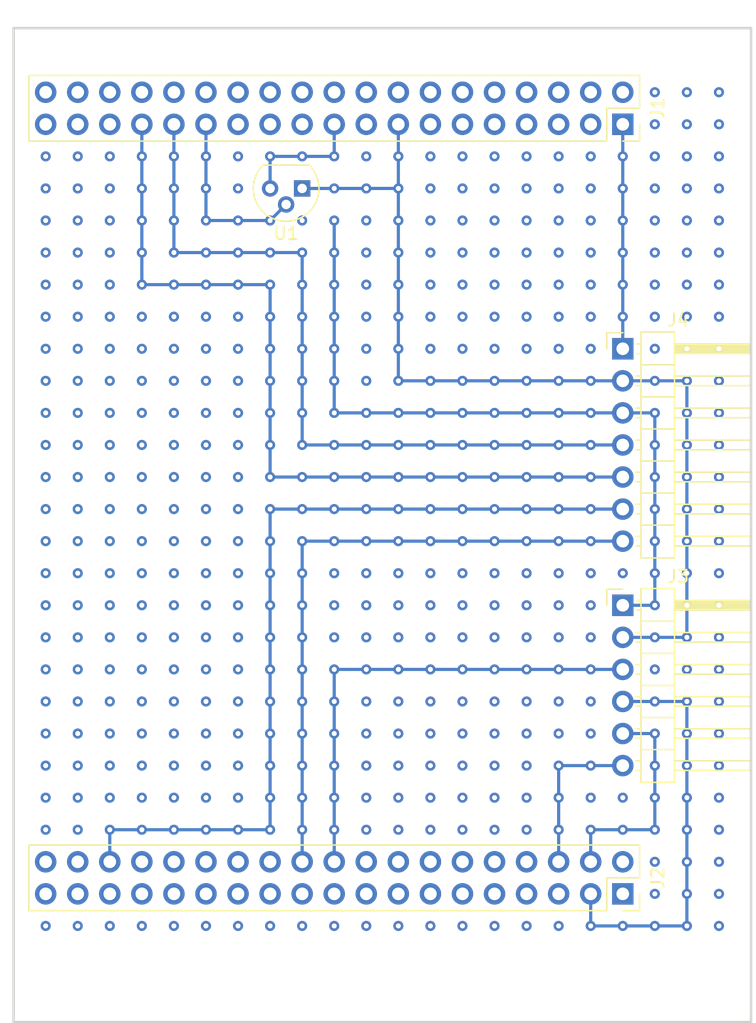
<source format=kicad_pcb>
(kicad_pcb (version 20211014) (generator pcbnew)
  (layers (0 "F.Cu" signal) (31 "B.Cu" signal) (34 "B.Paste" user) (35 "F.Paste" user) (36 "B.SilkS" user "B.Silkscreen") (37 "F.SilkS" user "F.Silkscreen") (38 "B.Mask" user) (39 "F.Mask" user) (44 "Edge.Cuts" user))
  (net 0 "")
  (net 1 "Net-(U2-Pad2)")
  (net 2 "Net-(U2-Pad3)")
  (net 3 "Net-(U2-Pad4)")
  (net 4 "Net-(J1-Pad1)")
  (net 5 "Net-(J1-Pad3)")
  (net 6 "Net-(J1-Pad4)")
  (net 7 "Net-(J1-Pad5)")
  (net 8 "Net-(J1-Pad6)")
  (net 9 "Net-(J1-Pad7)")
  (net 10 "Net-(J1-Pad8)")
  (net 11 "Net-(J1-Pad9)")
  (net 12 "Net-(J1-Pad10)")
  (net 13 "Net-(J1-Pad11)")
  (net 14 "Net-(J1-Pad12)")
  (net 15 "Net-(J1-Pad13)")
  (net 16 "Net-(J1-Pad14)")
  (net 17 "Net-(J1-Pad15)")
  (net 18 "Net-(J1-Pad17)")
  (net 19 "Net-(J1-Pad18)")
  (net 20 "Net-(J1-Pad19)")
  (net 21 "Net-(J1-Pad22)")
  (net 22 "Net-(J1-Pad23)")
  (net 23 "Net-(J1-Pad24)")
  (net 24 "Net-(J1-Pad25)")
  (net 25 "Net-(J1-Pad26)")
  (net 26 "Net-(J1-Pad27)")
  (net 27 "Net-(J1-Pad28)")
  (net 28 "Net-(J1-Pad29)")
  (net 29 "Net-(J1-Pad31)")
  (net 30 "Net-(J1-Pad33)")
  (net 31 "Net-(J1-Pad34)")
  (net 32 "Net-(J1-Pad35)")
  (net 33 "Net-(J1-Pad36)")
  (net 34 "Net-(J1-Pad37)")
  (net 35 "Net-(J1-Pad38)")
  (net 36 "Net-(J2-Pad37)")
  (net 37 "Net-(J2-Pad35)")
  (net 38 "Net-(J2-Pad33)")
  (net 39 "Net-(J2-Pad32)")
  (net 40 "Net-(J2-Pad31)")
  (net 41 "Net-(J2-Pad30)")
  (net 42 "Net-(J2-Pad29)")
  (net 43 "Net-(J2-Pad28)")
  (net 44 "Net-(J2-Pad27)")
  (net 45 "Net-(J2-Pad26)")
  (net 46 "Net-(J2-Pad25)")
  (net 47 "Net-(J2-Pad24)")
  (net 48 "Net-(J2-Pad23)")
  (net 49 "Net-(J2-Pad21)")
  (net 50 "Net-(J2-Pad19)")
  (net 51 "Net-(J2-Pad16)")
  (net 52 "Net-(J2-Pad15)")
  (net 53 "Net-(J2-Pad13)")
  (net 54 "Net-(J2-Pad11)")
  (net 55 "Net-(J2-Pad10)")
  (net 56 "Net-(J2-Pad9)")
  (net 57 "Net-(J2-Pad8)")
  (net 58 "Net-(J2-Pad7)")
  (net 59 "Net-(J2-Pad2)")
  (net 60 "Net-(J2-Pad1)")
  (net 61 "+3V3")
  (net 62 "GND")
  (net 63 "FROM_Raspi_TX")
  (net 64 "SLIDE_VOL")
  (net 65 "ESP32_GPIO")
  (net 66 "TO_Raspi_RXD")
  (net 67 "TO_ESP32_RXD")
  (net 68 "FROM_ESP32_TXD")
  (net 69 "SDA")
  (net 70 "SCL")
  (net 71 "Net-(J2-Pad17)")
  (net 72 "Net-(J2-Pad14)")
  (net 73 "Net-(J2-Pad12)")
  (net 74 "Net-(J2-Pad5)")
  (net 75 "Net-(J2-Pad38)")
  (net 76 "Net-(J2-Pad36)")
  (net 77 "Net-(J1-Pad21)")
  (net 78 "Net-(J2-Pad18)")
  (net 79 "Raspy_Pwrctl")
  (footprint "Connector_PinSocket_2.54mm:PinSocket_2x19_P2.54mm_Vertical" (layer "F.Cu") (at 149.86 53.34 -90)
    (fp_text reference "J1")
    (fp_text value "Conn_02x19_Odd_Even")
  )
  (footprint "Package_TO_SOT_THT:TO-92" (layer "F.Cu") (at 124.46 58.42 180)
    (fp_text reference "U1")
    (fp_text value "LM61")
  )
  (footprint "Connector_PinSocket_2.54mm:PinSocket_2x19_P2.54mm_Vertical" (layer "F.Cu") (at 149.86 114.3 -90)
    (fp_text reference "J2")
    (fp_text value "Conn_02x19_Odd_Even")
  )
  (footprint "Connector_PinHeader_2.54mm:PinHeader_1x06_P2.54mm_Horizontal" (layer "F.Cu") (at 149.86 91.44)
    (fp_text reference "J3")
    (fp_text value "Conn_01x06")
  )
  (footprint "Connector_PinHeader_2.54mm:PinHeader_1x07_P2.54mm_Horizontal" (layer "F.Cu") (at 149.86 71.12)
    (fp_text reference "J4")
    (fp_text value "Conn_01x07")
  )
  (gr_line (start 160.02 124.46) (end 160.02 45.72) (layer "Edge.Cuts") (width 0.2))
  (gr_line (start 101.6 45.72) (end 101.6 124.46) (layer "Edge.Cuts") (width 0.2))
  (gr_line (start 101.6 124.46) (end 160.02 124.46) (layer "Edge.Cuts") (width 0.2))
  (gr_line (start 160.02 45.72) (end 101.6 45.72) (layer "Edge.Cuts") (width 0.2))
  (via (at 139.7 116.84) (size 0.8) (drill 0.4) (layers "F.Cu" "B.Cu") (net 0))
  (via (at 134.62 116.84) (size 0.8) (drill 0.4) (layers "F.Cu" "B.Cu") (net 0))
  (via (at 142.24 116.84) (size 0.8) (drill 0.4) (layers "F.Cu" "B.Cu") (net 0))
  (via (at 137.16 116.84) (size 0.8) (drill 0.4) (layers "F.Cu" "B.Cu") (net 0))
  (via (at 144.78 116.84) (size 0.8) (drill 0.4) (layers "F.Cu" "B.Cu") (net 0))
  (via (at 114.3 116.84) (size 0.8) (drill 0.4) (layers "F.Cu" "B.Cu") (net 0))
  (via (at 127 116.84) (size 0.8) (drill 0.4) (layers "F.Cu" "B.Cu") (net 0))
  (via (at 121.92 116.84) (size 0.8) (drill 0.4) (layers "F.Cu" "B.Cu") (net 0))
  (via (at 111.76 116.84) (size 0.8) (drill 0.4) (layers "F.Cu" "B.Cu") (net 0))
  (via (at 119.38 116.84) (size 0.8) (drill 0.4) (layers "F.Cu" "B.Cu") (net 0))
  (via (at 129.54 116.84) (size 0.8) (drill 0.4) (layers "F.Cu" "B.Cu") (net 0))
  (via (at 116.84 116.84) (size 0.8) (drill 0.4) (layers "F.Cu" "B.Cu") (net 0))
  (via (at 109.22 116.84) (size 0.8) (drill 0.4) (layers "F.Cu" "B.Cu") (net 0))
  (via (at 124.46 116.84) (size 0.8) (drill 0.4) (layers "F.Cu" "B.Cu") (net 0))
  (via (at 132.08 116.84) (size 0.8) (drill 0.4) (layers "F.Cu" "B.Cu") (net 0))
  (via (at 106.68 116.84) (size 0.8) (drill 0.4) (layers "F.Cu" "B.Cu") (net 0))
  (via (at 104.14 116.84) (size 0.8) (drill 0.4) (layers "F.Cu" "B.Cu") (net 0))
  (via (at 152.4 114.3) (size 0.8) (drill 0.4) (layers "F.Cu" "B.Cu") (net 0))
  (via (at 157.48 114.3) (size 0.8) (drill 0.4) (layers "F.Cu" "B.Cu") (net 0))
  (via (at 152.4 111.76) (size 0.8) (drill 0.4) (layers "F.Cu" "B.Cu") (net 0))
  (via (at 157.48 111.76) (size 0.8) (drill 0.4) (layers "F.Cu" "B.Cu") (net 0))
  (via (at 139.7 109.22) (size 0.8) (drill 0.4) (layers "F.Cu" "B.Cu") (net 0))
  (via (at 157.48 109.22) (size 0.8) (drill 0.4) (layers "F.Cu" "B.Cu") (net 0))
  (via (at 137.16 109.22) (size 0.8) (drill 0.4) (layers "F.Cu" "B.Cu") (net 0))
  (via (at 129.54 109.22) (size 0.8) (drill 0.4) (layers "F.Cu" "B.Cu") (net 0))
  (via (at 106.68 109.22) (size 0.8) (drill 0.4) (layers "F.Cu" "B.Cu") (net 0))
  (via (at 134.62 109.22) (size 0.8) (drill 0.4) (layers "F.Cu" "B.Cu") (net 0))
  (via (at 142.24 109.22) (size 0.8) (drill 0.4) (layers "F.Cu" "B.Cu") (net 0))
  (via (at 132.08 109.22) (size 0.8) (drill 0.4) (layers "F.Cu" "B.Cu") (net 0))
  (via (at 104.14 109.22) (size 0.8) (drill 0.4) (layers "F.Cu" "B.Cu") (net 0))
  (via (at 132.08 106.68) (size 0.8) (drill 0.4) (layers "F.Cu" "B.Cu") (net 0))
  (via (at 104.14 106.68) (size 0.8) (drill 0.4) (layers "F.Cu" "B.Cu") (net 0))
  (via (at 139.7 106.68) (size 0.8) (drill 0.4) (layers "F.Cu" "B.Cu") (net 0))
  (via (at 137.16 106.68) (size 0.8) (drill 0.4) (layers "F.Cu" "B.Cu") (net 0))
  (via (at 106.68 106.68) (size 0.8) (drill 0.4) (layers "F.Cu" "B.Cu") (net 0))
  (via (at 142.24 106.68) (size 0.8) (drill 0.4) (layers "F.Cu" "B.Cu") (net 0))
  (via (at 134.62 106.68) (size 0.8) (drill 0.4) (layers "F.Cu" "B.Cu") (net 0))
  (via (at 149.86 106.68) (size 0.8) (drill 0.4) (layers "F.Cu" "B.Cu") (net 0))
  (via (at 114.3 106.68) (size 0.8) (drill 0.4) (layers "F.Cu" "B.Cu") (net 0))
  (via (at 116.84 106.68) (size 0.8) (drill 0.4) (layers "F.Cu" "B.Cu") (net 0))
  (via (at 157.48 106.68) (size 0.8) (drill 0.4) (layers "F.Cu" "B.Cu") (net 0))
  (via (at 119.38 106.68) (size 0.8) (drill 0.4) (layers "F.Cu" "B.Cu") (net 0))
  (via (at 111.76 106.68) (size 0.8) (drill 0.4) (layers "F.Cu" "B.Cu") (net 0))
  (via (at 129.54 106.68) (size 0.8) (drill 0.4) (layers "F.Cu" "B.Cu") (net 0))
  (via (at 109.22 106.68) (size 0.8) (drill 0.4) (layers "F.Cu" "B.Cu") (net 0))
  (via (at 147.32 106.68) (size 0.8) (drill 0.4) (layers "F.Cu" "B.Cu") (net 0))
  (via (at 116.84 104.14) (size 0.8) (drill 0.4) (layers "F.Cu" "B.Cu") (net 0))
  (via (at 119.38 104.14) (size 0.8) (drill 0.4) (layers "F.Cu" "B.Cu") (net 0))
  (via (at 139.7 104.14) (size 0.8) (drill 0.4) (layers "F.Cu" "B.Cu") (net 0))
  (via (at 137.16 104.14) (size 0.8) (drill 0.4) (layers "F.Cu" "B.Cu") (net 0))
  (via (at 142.24 104.14) (size 0.8) (drill 0.4) (layers "F.Cu" "B.Cu") (net 0))
  (via (at 114.3 104.14) (size 0.8) (drill 0.4) (layers "F.Cu" "B.Cu") (net 0))
  (via (at 111.76 104.14) (size 0.8) (drill 0.4) (layers "F.Cu" "B.Cu") (net 0))
  (via (at 129.54 104.14) (size 0.8) (drill 0.4) (layers "F.Cu" "B.Cu") (net 0))
  (via (at 134.62 104.14) (size 0.8) (drill 0.4) (layers "F.Cu" "B.Cu") (net 0))
  (via (at 109.22 104.14) (size 0.8) (drill 0.4) (layers "F.Cu" "B.Cu") (net 0))
  (via (at 132.08 104.14) (size 0.8) (drill 0.4) (layers "F.Cu" "B.Cu") (net 0))
  (via (at 157.48 104.14) (size 0.8) (drill 0.4) (layers "F.Cu" "B.Cu") (net 0))
  (via (at 139.7 99.06) (size 0.8) (drill 0.4) (layers "F.Cu" "B.Cu") (net 0))
  (via (at 114.3 99.06) (size 0.8) (drill 0.4) (layers "F.Cu" "B.Cu") (net 0))
  (via (at 109.22 99.06) (size 0.8) (drill 0.4) (layers "F.Cu" "B.Cu") (net 0))
  (via (at 157.48 99.06) (size 0.8) (drill 0.4) (layers "F.Cu" "B.Cu") (net 0))
  (via (at 147.32 99.06) (size 0.8) (drill 0.4) (layers "F.Cu" "B.Cu") (net 0))
  (via (at 137.16 99.06) (size 0.8) (drill 0.4) (layers "F.Cu" "B.Cu") (net 0))
  (via (at 129.54 99.06) (size 0.8) (drill 0.4) (layers "F.Cu" "B.Cu") (net 0))
  (via (at 106.68 99.06) (size 0.8) (drill 0.4) (layers "F.Cu" "B.Cu") (net 0))
  (via (at 111.76 99.06) (size 0.8) (drill 0.4) (layers "F.Cu" "B.Cu") (net 0))
  (via (at 119.38 99.06) (size 0.8) (drill 0.4) (layers "F.Cu" "B.Cu") (net 0))
  (via (at 134.62 99.06) (size 0.8) (drill 0.4) (layers "F.Cu" "B.Cu") (net 0))
  (via (at 142.24 99.06) (size 0.8) (drill 0.4) (layers "F.Cu" "B.Cu") (net 0))
  (via (at 116.84 99.06) (size 0.8) (drill 0.4) (layers "F.Cu" "B.Cu") (net 0))
  (via (at 132.08 99.06) (size 0.8) (drill 0.4) (layers "F.Cu" "B.Cu") (net 0))
  (via (at 144.78 99.06) (size 0.8) (drill 0.4) (layers "F.Cu" "B.Cu") (net 0))
  (via (at 104.14 99.06) (size 0.8) (drill 0.4) (layers "F.Cu" "B.Cu") (net 0))
  (via (at 109.22 101.6) (size 0.8) (drill 0.4) (layers "F.Cu" "B.Cu") (net 0))
  (via (at 111.76 101.6) (size 0.8) (drill 0.4) (layers "F.Cu" "B.Cu") (net 0))
  (via (at 106.68 101.6) (size 0.8) (drill 0.4) (layers "F.Cu" "B.Cu") (net 0))
  (via (at 129.54 101.6) (size 0.8) (drill 0.4) (layers "F.Cu" "B.Cu") (net 0))
  (via (at 119.38 101.6) (size 0.8) (drill 0.4) (layers "F.Cu" "B.Cu") (net 0))
  (via (at 106.68 104.14) (size 0.8) (drill 0.4) (layers "F.Cu" "B.Cu") (net 0))
  (via (at 134.62 101.6) (size 0.8) (drill 0.4) (layers "F.Cu" "B.Cu") (net 0))
  (via (at 104.14 101.6) (size 0.8) (drill 0.4) (layers "F.Cu" "B.Cu") (net 0))
  (via (at 157.48 101.6) (size 0.8) (drill 0.4) (layers "F.Cu" "B.Cu") (net 0))
  (via (at 142.24 101.6) (size 0.8) (drill 0.4) (layers "F.Cu" "B.Cu") (net 0))
  (via (at 137.16 101.6) (size 0.8) (drill 0.4) (layers "F.Cu" "B.Cu") (net 0))
  (via (at 147.32 101.6) (size 0.8) (drill 0.4) (layers "F.Cu" "B.Cu") (net 0))
  (via (at 116.84 101.6) (size 0.8) (drill 0.4) (layers "F.Cu" "B.Cu") (net 0))
  (via (at 132.08 101.6) (size 0.8) (drill 0.4) (layers "F.Cu" "B.Cu") (net 0))
  (via (at 139.7 101.6) (size 0.8) (drill 0.4) (layers "F.Cu" "B.Cu") (net 0))
  (via (at 144.78 101.6) (size 0.8) (drill 0.4) (layers "F.Cu" "B.Cu") (net 0))
  (via (at 104.14 104.14) (size 0.8) (drill 0.4) (layers "F.Cu" "B.Cu") (net 0))
  (via (at 114.3 101.6) (size 0.8) (drill 0.4) (layers "F.Cu" "B.Cu") (net 0))
  (via (at 104.14 96.52) (size 0.8) (drill 0.4) (layers "F.Cu" "B.Cu") (net 0))
  (via (at 134.62 93.98) (size 0.8) (drill 0.4) (layers "F.Cu" "B.Cu") (net 0))
  (via (at 106.68 96.52) (size 0.8) (drill 0.4) (layers "F.Cu" "B.Cu") (net 0))
  (via (at 114.3 93.98) (size 0.8) (drill 0.4) (layers "F.Cu" "B.Cu") (net 0))
  (via (at 116.84 93.98) (size 0.8) (drill 0.4) (layers "F.Cu" "B.Cu") (net 0))
  (via (at 106.68 93.98) (size 0.8) (drill 0.4) (layers "F.Cu" "B.Cu") (net 0))
  (via (at 152.4 96.52) (size 0.8) (drill 0.4) (layers "F.Cu" "B.Cu") (net 0))
  (via (at 139.7 93.98) (size 0.8) (drill 0.4) (layers "F.Cu" "B.Cu") (net 0))
  (via (at 104.14 93.98) (size 0.8) (drill 0.4) (layers "F.Cu" "B.Cu") (net 0))
  (via (at 144.78 93.98) (size 0.8) (drill 0.4) (layers "F.Cu" "B.Cu") (net 0))
  (via (at 114.3 96.52) (size 0.8) (drill 0.4) (layers "F.Cu" "B.Cu") (net 0))
  (via (at 132.08 93.98) (size 0.8) (drill 0.4) (layers "F.Cu" "B.Cu") (net 0))
  (via (at 119.38 93.98) (size 0.8) (drill 0.4) (layers "F.Cu" "B.Cu") (net 0))
  (via (at 111.76 93.98) (size 0.8) (drill 0.4) (layers "F.Cu" "B.Cu") (net 0))
  (via (at 129.54 93.98) (size 0.8) (drill 0.4) (layers "F.Cu" "B.Cu") (net 0))
  (via (at 116.84 96.52) (size 0.8) (drill 0.4) (layers "F.Cu" "B.Cu") (net 0))
  (via (at 127 93.98) (size 0.8) (drill 0.4) (layers "F.Cu" "B.Cu") (net 0))
  (via (at 109.22 93.98) (size 0.8) (drill 0.4) (layers "F.Cu" "B.Cu") (net 0))
  (via (at 142.24 93.98) (size 0.8) (drill 0.4) (layers "F.Cu" "B.Cu") (net 0))
  (via (at 157.48 96.52) (size 0.8) (drill 0.4) (layers "F.Cu" "B.Cu") (net 0))
  (via (at 119.38 96.52) (size 0.8) (drill 0.4) (layers "F.Cu" "B.Cu") (net 0))
  (via (at 111.76 96.52) (size 0.8) (drill 0.4) (layers "F.Cu" "B.Cu") (net 0))
  (via (at 154.94 96.52) (size 0.8) (drill 0.4) (layers "F.Cu" "B.Cu") (net 0))
  (via (at 157.48 93.98) (size 0.8) (drill 0.4) (layers "F.Cu" "B.Cu") (net 0))
  (via (at 147.32 93.98) (size 0.8) (drill 0.4) (layers "F.Cu" "B.Cu") (net 0))
  (via (at 137.16 93.98) (size 0.8) (drill 0.4) (layers "F.Cu" "B.Cu") (net 0))
  (via (at 109.22 96.52) (size 0.8) (drill 0.4) (layers "F.Cu" "B.Cu") (net 0))
  (via (at 116.84 91.44) (size 0.8) (drill 0.4) (layers "F.Cu" "B.Cu") (net 0))
  (via (at 119.38 91.44) (size 0.8) (drill 0.4) (layers "F.Cu" "B.Cu") (net 0))
  (via (at 139.7 91.44) (size 0.8) (drill 0.4) (layers "F.Cu" "B.Cu") (net 0))
  (via (at 147.32 91.44) (size 0.8) (drill 0.4) (layers "F.Cu" "B.Cu") (net 0))
  (via (at 137.16 91.44) (size 0.8) (drill 0.4) (layers "F.Cu" "B.Cu") (net 0))
  (via (at 144.78 91.44) (size 0.8) (drill 0.4) (layers "F.Cu" "B.Cu") (net 0))
  (via (at 142.24 91.44) (size 0.8) (drill 0.4) (layers "F.Cu" "B.Cu") (net 0))
  (via (at 114.3 91.44) (size 0.8) (drill 0.4) (layers "F.Cu" "B.Cu") (net 0))
  (via (at 111.76 91.44) (size 0.8) (drill 0.4) (layers "F.Cu" "B.Cu") (net 0))
  (via (at 129.54 91.44) (size 0.8) (drill 0.4) (layers "F.Cu" "B.Cu") (net 0))
  (via (at 134.62 91.44) (size 0.8) (drill 0.4) (layers "F.Cu" "B.Cu") (net 0))
  (via (at 109.22 91.44) (size 0.8) (drill 0.4) (layers "F.Cu" "B.Cu") (net 0))
  (via (at 132.08 91.44) (size 0.8) (drill 0.4) (layers "F.Cu" "B.Cu") (net 0))
  (via (at 127 91.44) (size 0.8) (drill 0.4) (layers "F.Cu" "B.Cu") (net 0))
  (via (at 157.48 91.44) (size 0.8) (drill 0.4) (layers "F.Cu" "B.Cu") (net 0))
  (via (at 147.32 71.12) (size 0.8) (drill 0.4) (layers "F.Cu" "B.Cu") (net 0))
  (via (at 116.84 71.12) (size 0.8) (drill 0.4) (layers "F.Cu" "B.Cu") (net 0))
  (via (at 157.48 71.12) (size 0.8) (drill 0.4) (layers "F.Cu" "B.Cu") (net 0))
  (via (at 139.7 68.58) (size 0.8) (drill 0.4) (layers "F.Cu" "B.Cu") (net 0))
  (via (at 111.76 68.58) (size 0.8) (drill 0.4) (layers "F.Cu" "B.Cu") (net 0))
  (via (at 142.24 68.58) (size 0.8) (drill 0.4) (layers "F.Cu" "B.Cu") (net 0))
  (via (at 111.76 71.12) (size 0.8) (drill 0.4) (layers "F.Cu" "B.Cu") (net 0))
  (via (at 104.14 68.58) (size 0.8) (drill 0.4) (layers "F.Cu" "B.Cu") (net 0))
  (via (at 129.54 68.58) (size 0.8) (drill 0.4) (layers "F.Cu" "B.Cu") (net 0))
  (via (at 109.22 68.58) (size 0.8) (drill 0.4) (layers "F.Cu" "B.Cu") (net 0))
  (via (at 147.32 68.58) (size 0.8) (drill 0.4) (layers "F.Cu" "B.Cu") (net 0))
  (via (at 154.94 68.58) (size 0.8) (drill 0.4) (layers "F.Cu" "B.Cu") (net 0))
  (via (at 144.78 71.12) (size 0.8) (drill 0.4) (layers "F.Cu" "B.Cu") (net 0))
  (via (at 137.16 68.58) (size 0.8) (drill 0.4) (layers "F.Cu" "B.Cu") (net 0))
  (via (at 109.22 71.12) (size 0.8) (drill 0.4) (layers "F.Cu" "B.Cu") (net 0))
  (via (at 114.3 71.12) (size 0.8) (drill 0.4) (layers "F.Cu" "B.Cu") (net 0))
  (via (at 119.38 71.12) (size 0.8) (drill 0.4) (layers "F.Cu" "B.Cu") (net 0))
  (via (at 129.54 71.12) (size 0.8) (drill 0.4) (layers "F.Cu" "B.Cu") (net 0))
  (via (at 144.78 68.58) (size 0.8) (drill 0.4) (layers "F.Cu" "B.Cu") (net 0))
  (via (at 154.94 71.12) (size 0.8) (drill 0.4) (layers "F.Cu" "B.Cu") (net 0))
  (via (at 157.48 68.58) (size 0.8) (drill 0.4) (layers "F.Cu" "B.Cu") (net 0))
  (via (at 119.38 68.58) (size 0.8) (drill 0.4) (layers "F.Cu" "B.Cu") (net 0))
  (via (at 114.3 86.36) (size 0.8) (drill 0.4) (layers "F.Cu" "B.Cu") (net 0))
  (via (at 109.22 86.36) (size 0.8) (drill 0.4) (layers "F.Cu" "B.Cu") (net 0))
  (via (at 157.48 86.36) (size 0.8) (drill 0.4) (layers "F.Cu" "B.Cu") (net 0))
  (via (at 106.68 86.36) (size 0.8) (drill 0.4) (layers "F.Cu" "B.Cu") (net 0))
  (via (at 111.76 86.36) (size 0.8) (drill 0.4) (layers "F.Cu" "B.Cu") (net 0))
  (via (at 119.38 86.36) (size 0.8) (drill 0.4) (layers "F.Cu" "B.Cu") (net 0))
  (via (at 116.84 86.36) (size 0.8) (drill 0.4) (layers "F.Cu" "B.Cu") (net 0))
  (via (at 104.14 86.36) (size 0.8) (drill 0.4) (layers "F.Cu" "B.Cu") (net 0))
  (via (at 139.7 71.12) (size 0.8) (drill 0.4) (layers "F.Cu" "B.Cu") (net 0))
  (via (at 104.14 78.74) (size 0.8) (drill 0.4) (layers "F.Cu" "B.Cu") (net 0))
  (via (at 134.62 68.58) (size 0.8) (drill 0.4) (layers "F.Cu" "B.Cu") (net 0))
  (via (at 114.3 68.58) (size 0.8) (drill 0.4) (layers "F.Cu" "B.Cu") (net 0))
  (via (at 137.16 71.12) (size 0.8) (drill 0.4) (layers "F.Cu" "B.Cu") (net 0))
  (via (at 142.24 71.12) (size 0.8) (drill 0.4) (layers "F.Cu" "B.Cu") (net 0))
  (via (at 104.14 71.12) (size 0.8) (drill 0.4) (layers "F.Cu" "B.Cu") (net 0))
  (via (at 106.68 71.12) (size 0.8) (drill 0.4) (layers "F.Cu" "B.Cu") (net 0))
  (via (at 152.4 68.58) (size 0.8) (drill 0.4) (layers "F.Cu" "B.Cu") (net 0))
  (via (at 116.84 68.58) (size 0.8) (drill 0.4) (layers "F.Cu" "B.Cu") (net 0))
  (via (at 134.62 71.12) (size 0.8) (drill 0.4) (layers "F.Cu" "B.Cu") (net 0))
  (via (at 106.68 68.58) (size 0.8) (drill 0.4) (layers "F.Cu" "B.Cu") (net 0))
  (via (at 152.4 71.12) (size 0.8) (drill 0.4) (layers "F.Cu" "B.Cu") (net 0))
  (via (at 114.3 76.2) (size 0.8) (drill 0.4) (layers "F.Cu" "B.Cu") (net 0))
  (via (at 109.22 88.9) (size 0.8) (drill 0.4) (layers "F.Cu" "B.Cu") (net 0))
  (via (at 111.76 88.9) (size 0.8) (drill 0.4) (layers "F.Cu" "B.Cu") (net 0))
  (via (at 106.68 88.9) (size 0.8) (drill 0.4) (layers "F.Cu" "B.Cu") (net 0))
  (via (at 157.48 78.74) (size 0.8) (drill 0.4) (layers "F.Cu" "B.Cu") (net 0))
  (via (at 114.3 73.66) (size 0.8) (drill 0.4) (layers "F.Cu" "B.Cu") (net 0))
  (via (at 111.76 78.74) (size 0.8) (drill 0.4) (layers "F.Cu" "B.Cu") (net 0))
  (via (at 129.54 88.9) (size 0.8) (drill 0.4) (layers "F.Cu" "B.Cu") (net 0))
  (via (at 119.38 88.9) (size 0.8) (drill 0.4) (layers "F.Cu" "B.Cu") (net 0))
  (via (at 109.22 73.66) (size 0.8) (drill 0.4) (layers "F.Cu" "B.Cu") (net 0))
  (via (at 127 88.9) (size 0.8) (drill 0.4) (layers "F.Cu" "B.Cu") (net 0))
  (via (at 106.68 91.44) (size 0.8) (drill 0.4) (layers "F.Cu" "B.Cu") (net 0))
  (via (at 134.62 88.9) (size 0.8) (drill 0.4) (layers "F.Cu" "B.Cu") (net 0))
  (via (at 104.14 88.9) (size 0.8) (drill 0.4) (layers "F.Cu" "B.Cu") (net 0))
  (via (at 109.22 78.74) (size 0.8) (drill 0.4) (layers "F.Cu" "B.Cu") (net 0))
  (via (at 157.48 88.9) (size 0.8) (drill 0.4) (layers "F.Cu" "B.Cu") (net 0))
  (via (at 142.24 88.9) (size 0.8) (drill 0.4) (layers "F.Cu" "B.Cu") (net 0))
  (via (at 137.16 88.9) (size 0.8) (drill 0.4) (layers "F.Cu" "B.Cu") (net 0))
  (via (at 116.84 78.74) (size 0.8) (drill 0.4) (layers "F.Cu" "B.Cu") (net 0))
  (via (at 147.32 88.9) (size 0.8) (drill 0.4) (layers "F.Cu" "B.Cu") (net 0))
  (via (at 119.38 78.74) (size 0.8) (drill 0.4) (layers "F.Cu" "B.Cu") (net 0))
  (via (at 114.3 78.74) (size 0.8) (drill 0.4) (layers "F.Cu" "B.Cu") (net 0))
  (via (at 116.84 88.9) (size 0.8) (drill 0.4) (layers "F.Cu" "B.Cu") (net 0))
  (via (at 132.08 88.9) (size 0.8) (drill 0.4) (layers "F.Cu" "B.Cu") (net 0))
  (via (at 139.7 88.9) (size 0.8) (drill 0.4) (layers "F.Cu" "B.Cu") (net 0))
  (via (at 144.78 88.9) (size 0.8) (drill 0.4) (layers "F.Cu" "B.Cu") (net 0))
  (via (at 104.14 91.44) (size 0.8) (drill 0.4) (layers "F.Cu" "B.Cu") (net 0))
  (via (at 114.3 88.9) (size 0.8) (drill 0.4) (layers "F.Cu" "B.Cu") (net 0))
  (via (at 157.48 73.66) (size 0.8) (drill 0.4) (layers "F.Cu" "B.Cu") (net 0))
  (via (at 149.86 88.9) (size 0.8) (drill 0.4) (layers "F.Cu" "B.Cu") (net 0))
  (via (at 104.14 83.82) (size 0.8) (drill 0.4) (layers "F.Cu" "B.Cu") (net 0))
  (via (at 106.68 83.82) (size 0.8) (drill 0.4) (layers "F.Cu" "B.Cu") (net 0))
  (via (at 114.3 81.28) (size 0.8) (drill 0.4) (layers "F.Cu" "B.Cu") (net 0))
  (via (at 116.84 81.28) (size 0.8) (drill 0.4) (layers "F.Cu" "B.Cu") (net 0))
  (via (at 106.68 81.28) (size 0.8) (drill 0.4) (layers "F.Cu" "B.Cu") (net 0))
  (via (at 104.14 81.28) (size 0.8) (drill 0.4) (layers "F.Cu" "B.Cu") (net 0))
  (via (at 114.3 83.82) (size 0.8) (drill 0.4) (layers "F.Cu" "B.Cu") (net 0))
  (via (at 119.38 81.28) (size 0.8) (drill 0.4) (layers "F.Cu" "B.Cu") (net 0))
  (via (at 111.76 81.28) (size 0.8) (drill 0.4) (layers "F.Cu" "B.Cu") (net 0))
  (via (at 116.84 83.82) (size 0.8) (drill 0.4) (layers "F.Cu" "B.Cu") (net 0))
  (via (at 109.22 81.28) (size 0.8) (drill 0.4) (layers "F.Cu" "B.Cu") (net 0))
  (via (at 106.68 73.66) (size 0.8) (drill 0.4) (layers "F.Cu" "B.Cu") (net 0))
  (via (at 111.76 73.66) (size 0.8) (drill 0.4) (layers "F.Cu" "B.Cu") (net 0))
  (via (at 157.48 83.82) (size 0.8) (drill 0.4) (layers "F.Cu" "B.Cu") (net 0))
  (via (at 119.38 83.82) (size 0.8) (drill 0.4) (layers "F.Cu" "B.Cu") (net 0))
  (via (at 119.38 73.66) (size 0.8) (drill 0.4) (layers "F.Cu" "B.Cu") (net 0))
  (via (at 116.84 73.66) (size 0.8) (drill 0.4) (layers "F.Cu" "B.Cu") (net 0))
  (via (at 111.76 83.82) (size 0.8) (drill 0.4) (layers "F.Cu" "B.Cu") (net 0))
  (via (at 111.76 76.2) (size 0.8) (drill 0.4) (layers "F.Cu" "B.Cu") (net 0))
  (via (at 157.48 81.28) (size 0.8) (drill 0.4) (layers "F.Cu" "B.Cu") (net 0))
  (via (at 104.14 73.66) (size 0.8) (drill 0.4) (layers "F.Cu" "B.Cu") (net 0))
  (via (at 109.22 76.2) (size 0.8) (drill 0.4) (layers "F.Cu" "B.Cu") (net 0))
  (via (at 106.68 76.2) (size 0.8) (drill 0.4) (layers "F.Cu" "B.Cu") (net 0))
  (via (at 109.22 83.82) (size 0.8) (drill 0.4) (layers "F.Cu" "B.Cu") (net 0))
  (via (at 129.54 73.66) (size 0.8) (drill 0.4) (layers "F.Cu" "B.Cu") (net 0))
  (via (at 157.48 76.2) (size 0.8) (drill 0.4) (layers "F.Cu" "B.Cu") (net 0))
  (via (at 119.38 76.2) (size 0.8) (drill 0.4) (layers "F.Cu" "B.Cu") (net 0))
  (via (at 106.68 78.74) (size 0.8) (drill 0.4) (layers "F.Cu" "B.Cu") (net 0))
  (via (at 116.84 76.2) (size 0.8) (drill 0.4) (layers "F.Cu" "B.Cu") (net 0))
  (via (at 104.14 76.2) (size 0.8) (drill 0.4) (layers "F.Cu" "B.Cu") (net 0))
  (via (at 142.24 63.5) (size 0.8) (drill 0.4) (layers "F.Cu" "B.Cu") (net 0))
  (via (at 109.22 66.04) (size 0.8) (drill 0.4) (layers "F.Cu" "B.Cu") (net 0))
  (via (at 106.68 66.04) (size 0.8) (drill 0.4) (layers "F.Cu" "B.Cu") (net 0))
  (via (at 152.4 63.5) (size 0.8) (drill 0.4) (layers "F.Cu" "B.Cu") (net 0))
  (via (at 106.68 63.5) (size 0.8) (drill 0.4) (layers "F.Cu" "B.Cu") (net 0))
  (via (at 144.78 63.5) (size 0.8) (drill 0.4) (layers "F.Cu" "B.Cu") (net 0))
  (via (at 134.62 63.5) (size 0.8) (drill 0.4) (layers "F.Cu" "B.Cu") (net 0))
  (via (at 104.14 63.5) (size 0.8) (drill 0.4) (layers "F.Cu" "B.Cu") (net 0))
  (via (at 129.54 63.5) (size 0.8) (drill 0.4) (layers "F.Cu" "B.Cu") (net 0))
  (via (at 157.48 66.04) (size 0.8) (drill 0.4) (layers "F.Cu" "B.Cu") (net 0))
  (via (at 147.32 66.04) (size 0.8) (drill 0.4) (layers "F.Cu" "B.Cu") (net 0))
  (via (at 152.4 66.04) (size 0.8) (drill 0.4) (layers "F.Cu" "B.Cu") (net 0))
  (via (at 134.62 66.04) (size 0.8) (drill 0.4) (layers "F.Cu" "B.Cu") (net 0))
  (via (at 137.16 66.04) (size 0.8) (drill 0.4) (layers "F.Cu" "B.Cu") (net 0))
  (via (at 104.14 66.04) (size 0.8) (drill 0.4) (layers "F.Cu" "B.Cu") (net 0))
  (via (at 142.24 66.04) (size 0.8) (drill 0.4) (layers "F.Cu" "B.Cu") (net 0))
  (via (at 129.54 66.04) (size 0.8) (drill 0.4) (layers "F.Cu" "B.Cu") (net 0))
  (via (at 147.32 60.96) (size 0.8) (drill 0.4) (layers "F.Cu" "B.Cu") (net 0))
  (via (at 157.48 60.96) (size 0.8) (drill 0.4) (layers "F.Cu" "B.Cu") (net 0))
  (via (at 139.7 58.42) (size 0.8) (drill 0.4) (layers "F.Cu" "B.Cu") (net 0))
  (via (at 104.14 58.42) (size 0.8) (drill 0.4) (layers "F.Cu" "B.Cu") (net 0))
  (via (at 109.22 58.42) (size 0.8) (drill 0.4) (layers "F.Cu" "B.Cu") (net 0))
  (via (at 147.32 58.42) (size 0.8) (drill 0.4) (layers "F.Cu" "B.Cu") (net 0))
  (via (at 154.94 58.42) (size 0.8) (drill 0.4) (layers "F.Cu" "B.Cu") (net 0))
  (via (at 144.78 60.96) (size 0.8) (drill 0.4) (layers "F.Cu" "B.Cu") (net 0))
  (via (at 124.46 60.96) (size 0.8) (drill 0.4) (layers "F.Cu" "B.Cu") (net 0))
  (via (at 137.16 58.42) (size 0.8) (drill 0.4) (layers "F.Cu" "B.Cu") (net 0))
  (via (at 109.22 60.96) (size 0.8) (drill 0.4) (layers "F.Cu" "B.Cu") (net 0))
  (via (at 119.38 58.42) (size 0.8) (drill 0.4) (layers "F.Cu" "B.Cu") (net 0))
  (via (at 154.94 60.96) (size 0.8) (drill 0.4) (layers "F.Cu" "B.Cu") (net 0))
  (via (at 129.54 60.96) (size 0.8) (drill 0.4) (layers "F.Cu" "B.Cu") (net 0))
  (via (at 144.78 58.42) (size 0.8) (drill 0.4) (layers "F.Cu" "B.Cu") (net 0))
  (via (at 157.48 58.42) (size 0.8) (drill 0.4) (layers "F.Cu" "B.Cu") (net 0))
  (via (at 106.68 58.42) (size 0.8) (drill 0.4) (layers "F.Cu" "B.Cu") (net 0))
  (via (at 137.16 60.96) (size 0.8) (drill 0.4) (layers "F.Cu" "B.Cu") (net 0))
  (via (at 152.4 60.96) (size 0.8) (drill 0.4) (layers "F.Cu" "B.Cu") (net 0))
  (via (at 144.78 66.04) (size 0.8) (drill 0.4) (layers "F.Cu" "B.Cu") (net 0))
  (via (at 137.16 63.5) (size 0.8) (drill 0.4) (layers "F.Cu" "B.Cu") (net 0))
  (via (at 154.94 63.5) (size 0.8) (drill 0.4) (layers "F.Cu" "B.Cu") (net 0))
  (via (at 139.7 60.96) (size 0.8) (drill 0.4) (layers "F.Cu" "B.Cu") (net 0))
  (via (at 134.62 58.42) (size 0.8) (drill 0.4) (layers "F.Cu" "B.Cu") (net 0))
  (via (at 154.94 66.04) (size 0.8) (drill 0.4) (layers "F.Cu" "B.Cu") (net 0))
  (via (at 106.68 60.96) (size 0.8) (drill 0.4) (layers "F.Cu" "B.Cu") (net 0))
  (via (at 134.62 60.96) (size 0.8) (drill 0.4) (layers "F.Cu" "B.Cu") (net 0))
  (via (at 104.14 60.96) (size 0.8) (drill 0.4) (layers "F.Cu" "B.Cu") (net 0))
  (via (at 139.7 66.04) (size 0.8) (drill 0.4) (layers "F.Cu" "B.Cu") (net 0))
  (via (at 152.4 58.42) (size 0.8) (drill 0.4) (layers "F.Cu" "B.Cu") (net 0))
  (via (at 109.22 63.5) (size 0.8) (drill 0.4) (layers "F.Cu" "B.Cu") (net 0))
  (via (at 157.48 63.5) (size 0.8) (drill 0.4) (layers "F.Cu" "B.Cu") (net 0))
  (via (at 147.32 63.5) (size 0.8) (drill 0.4) (layers "F.Cu" "B.Cu") (net 0))
  (via (at 139.7 63.5) (size 0.8) (drill 0.4) (layers "F.Cu" "B.Cu") (net 0))
  (via (at 157.48 53.34) (size 0.8) (drill 0.4) (layers "F.Cu" "B.Cu") (net 0))
  (via (at 119.38 55.88) (size 0.8) (drill 0.4) (layers "F.Cu" "B.Cu") (net 0))
  (via (at 106.68 55.88) (size 0.8) (drill 0.4) (layers "F.Cu" "B.Cu") (net 0))
  (via (at 152.4 55.88) (size 0.8) (drill 0.4) (layers "F.Cu" "B.Cu") (net 0))
  (via (at 104.14 55.88) (size 0.8) (drill 0.4) (layers "F.Cu" "B.Cu") (net 0))
  (via (at 129.54 55.88) (size 0.8) (drill 0.4) (layers "F.Cu" "B.Cu") (net 0))
  (via (at 134.62 55.88) (size 0.8) (drill 0.4) (layers "F.Cu" "B.Cu") (net 0))
  (via (at 144.78 55.88) (size 0.8) (drill 0.4) (layers "F.Cu" "B.Cu") (net 0))
  (via (at 154.94 53.34) (size 0.8) (drill 0.4) (layers "F.Cu" "B.Cu") (net 0))
  (via (at 157.48 50.8) (size 0.8) (drill 0.4) (layers "F.Cu" "B.Cu") (net 0))
  (via (at 154.94 50.8) (size 0.8) (drill 0.4) (layers "F.Cu" "B.Cu") (net 0))
  (via (at 152.4 53.34) (size 0.8) (drill 0.4) (layers "F.Cu" "B.Cu") (net 0))
  (via (at 154.94 55.88) (size 0.8) (drill 0.4) (layers "F.Cu" "B.Cu") (net 0))
  (via (at 137.16 55.88) (size 0.8) (drill 0.4) (layers "F.Cu" "B.Cu") (net 0))
  (via (at 109.22 55.88) (size 0.8) (drill 0.4) (layers "F.Cu" "B.Cu") (net 0))
  (via (at 152.4 50.8) (size 0.8) (drill 0.4) (layers "F.Cu" "B.Cu") (net 0))
  (via (at 147.32 55.88) (size 0.8) (drill 0.4) (layers "F.Cu" "B.Cu") (net 0))
  (via (at 139.7 55.88) (size 0.8) (drill 0.4) (layers "F.Cu" "B.Cu") (net 0))
  (via (at 157.48 55.88) (size 0.8) (drill 0.4) (layers "F.Cu" "B.Cu") (net 0))
  (via (at 157.48 116.84) (size 0.8) (drill 0.4) (layers "F.Cu" "B.Cu") (net 0))
  (via (at 142.24 55.88) (size 0.8) (drill 0.4) (layers "F.Cu" "B.Cu") (net 1))
  (via (at 142.24 58.42) (size 0.8) (drill 0.4) (layers "F.Cu" "B.Cu") (net 2))
  (via (at 142.24 60.96) (size 0.8) (drill 0.4) (layers "F.Cu" "B.Cu") (net 3))
  (via (at 149.86 50.8) (size 0.8) (drill 0.4) (layers "F.Cu" "B.Cu") (net 4))
  (via (at 147.32 50.8) (size 0.8) (drill 0.4) (layers "F.Cu" "B.Cu") (net 5))
  (via (at 147.32 53.34) (size 0.8) (drill 0.4) (layers "F.Cu" "B.Cu") (net 6))
  (via (at 144.78 50.8) (size 0.8) (drill 0.4) (layers "F.Cu" "B.Cu") (net 7))
  (via (at 144.78 53.34) (size 0.8) (drill 0.4) (layers "F.Cu" "B.Cu") (net 8))
  (via (at 142.24 50.8) (size 0.8) (drill 0.4) (layers "F.Cu" "B.Cu") (net 9))
  (via (at 142.24 53.34) (size 0.8) (drill 0.4) (layers "F.Cu" "B.Cu") (net 10))
  (via (at 139.7 50.8) (size 0.8) (drill 0.4) (layers "F.Cu" "B.Cu") (net 11))
  (via (at 139.7 53.34) (size 0.8) (drill 0.4) (layers "F.Cu" "B.Cu") (net 12))
  (via (at 137.16 50.8) (size 0.8) (drill 0.4) (layers "F.Cu" "B.Cu") (net 13))
  (via (at 137.16 53.34) (size 0.8) (drill 0.4) (layers "F.Cu" "B.Cu") (net 14))
  (via (at 134.62 50.8) (size 0.8) (drill 0.4) (layers "F.Cu" "B.Cu") (net 15))
  (via (at 134.62 53.34) (size 0.8) (drill 0.4) (layers "F.Cu" "B.Cu") (net 16))
  (via (at 132.08 50.8) (size 0.8) (drill 0.4) (layers "F.Cu" "B.Cu") (net 17))
  (via (at 129.54 50.8) (size 0.8) (drill 0.4) (layers "F.Cu" "B.Cu") (net 18))
  (via (at 129.54 53.34) (size 0.8) (drill 0.4) (layers "F.Cu" "B.Cu") (net 19))
  (via (at 127 50.8) (size 0.8) (drill 0.4) (layers "F.Cu" "B.Cu") (net 20))
  (via (at 124.46 53.34) (size 0.8) (drill 0.4) (layers "F.Cu" "B.Cu") (net 21))
  (via (at 121.92 50.8) (size 0.8) (drill 0.4) (layers "F.Cu" "B.Cu") (net 22))
  (via (at 121.92 53.34) (size 0.8) (drill 0.4) (layers "F.Cu" "B.Cu") (net 23))
  (via (at 119.38 50.8) (size 0.8) (drill 0.4) (layers "F.Cu" "B.Cu") (net 24))
  (via (at 119.38 53.34) (size 0.8) (drill 0.4) (layers "F.Cu" "B.Cu") (net 25))
  (via (at 116.84 50.8) (size 0.8) (drill 0.4) (layers "F.Cu" "B.Cu") (net 26))
  (via (at 116.84 60.96) (size 0.8) (drill 0.4) (layers "F.Cu" "B.Cu") (net 27))
  (via (at 121.92 60.96) (size 0.8) (drill 0.4) (layers "F.Cu" "B.Cu") (net 27))
  (via (at 119.38 60.96) (size 0.8) (drill 0.4) (layers "F.Cu" "B.Cu") (net 27))
  (via (at 116.84 58.42) (size 0.8) (drill 0.4) (layers "F.Cu" "B.Cu") (net 27))
  (via (at 116.84 55.88) (size 0.8) (drill 0.4) (layers "F.Cu" "B.Cu") (net 27))
  (via (at 116.84 53.34) (size 0.8) (drill 0.4) (layers "F.Cu" "B.Cu") (net 27))
  (segment (start 121.92 60.96) (end 123.19 59.69) (width 0.25) (layer "B.Cu") (net 27))
  (segment (start 116.84 53.34) (end 116.84 60.96) (width 0.25) (layer "B.Cu") (net 27))
  (segment (start 116.84 60.96) (end 121.92 60.96) (width 0.25) (layer "B.Cu") (net 27))
  (via (at 114.3 50.8) (size 0.8) (drill 0.4) (layers "F.Cu" "B.Cu") (net 28))
  (via (at 111.76 50.8) (size 0.8) (drill 0.4) (layers "F.Cu" "B.Cu") (net 29))
  (via (at 109.22 50.8) (size 0.8) (drill 0.4) (layers "F.Cu" "B.Cu") (net 30))
  (via (at 109.22 53.34) (size 0.8) (drill 0.4) (layers "F.Cu" "B.Cu") (net 31))
  (via (at 106.68 50.8) (size 0.8) (drill 0.4) (layers "F.Cu" "B.Cu") (net 32))
  (via (at 106.68 53.34) (size 0.8) (drill 0.4) (layers "F.Cu" "B.Cu") (net 33))
  (via (at 104.14 50.8) (size 0.8) (drill 0.4) (layers "F.Cu" "B.Cu") (net 34))
  (via (at 104.14 53.34) (size 0.8) (drill 0.4) (layers "F.Cu" "B.Cu") (net 35))
  (via (at 104.14 114.3) (size 0.8) (drill 0.4) (layers "F.Cu" "B.Cu") (net 36))
  (via (at 106.68 114.3) (size 0.8) (drill 0.4) (layers "F.Cu" "B.Cu") (net 37))
  (via (at 109.22 114.3) (size 0.8) (drill 0.4) (layers "F.Cu" "B.Cu") (net 38))
  (via (at 111.76 111.76) (size 0.8) (drill 0.4) (layers "F.Cu" "B.Cu") (net 39))
  (via (at 111.76 114.3) (size 0.8) (drill 0.4) (layers "F.Cu" "B.Cu") (net 40))
  (via (at 114.3 111.76) (size 0.8) (drill 0.4) (layers "F.Cu" "B.Cu") (net 41))
  (via (at 114.3 114.3) (size 0.8) (drill 0.4) (layers "F.Cu" "B.Cu") (net 42))
  (via (at 116.84 111.76) (size 0.8) (drill 0.4) (layers "F.Cu" "B.Cu") (net 43))
  (via (at 116.84 114.3) (size 0.8) (drill 0.4) (layers "F.Cu" "B.Cu") (net 44))
  (via (at 119.38 111.76) (size 0.8) (drill 0.4) (layers "F.Cu" "B.Cu") (net 45))
  (via (at 119.38 114.3) (size 0.8) (drill 0.4) (layers "F.Cu" "B.Cu") (net 46))
  (via (at 121.92 111.76) (size 0.8) (drill 0.4) (layers "F.Cu" "B.Cu") (net 47))
  (via (at 121.92 114.3) (size 0.8) (drill 0.4) (layers "F.Cu" "B.Cu") (net 48))
  (via (at 124.46 114.3) (size 0.8) (drill 0.4) (layers "F.Cu" "B.Cu") (net 49))
  (via (at 127 114.3) (size 0.8) (drill 0.4) (layers "F.Cu" "B.Cu") (net 50))
  (via (at 132.08 111.76) (size 0.8) (drill 0.4) (layers "F.Cu" "B.Cu") (net 51))
  (via (at 132.08 114.3) (size 0.8) (drill 0.4) (layers "F.Cu" "B.Cu") (net 52))
  (via (at 134.62 114.3) (size 0.8) (drill 0.4) (layers "F.Cu" "B.Cu") (net 53))
  (via (at 137.16 114.3) (size 0.8) (drill 0.4) (layers "F.Cu" "B.Cu") (net 54))
  (via (at 139.7 111.76) (size 0.8) (drill 0.4) (layers "F.Cu" "B.Cu") (net 55))
  (via (at 139.7 114.3) (size 0.8) (drill 0.4) (layers "F.Cu" "B.Cu") (net 56))
  (via (at 142.24 111.76) (size 0.8) (drill 0.4) (layers "F.Cu" "B.Cu") (net 57))
  (via (at 142.24 114.3) (size 0.8) (drill 0.4) (layers "F.Cu" "B.Cu") (net 58))
  (via (at 149.86 111.76) (size 0.8) (drill 0.4) (layers "F.Cu" "B.Cu") (net 59))
  (via (at 149.86 114.3) (size 0.8) (drill 0.4) (layers "F.Cu" "B.Cu") (net 60))
  (via (at 152.4 93.98) (size 0.8) (drill 0.4) (layers "F.Cu" "B.Cu") (net 61))
  (via (at 149.86 93.98) (size 0.8) (drill 0.4) (layers "F.Cu" "B.Cu") (net 61))
  (via (at 154.94 93.98) (size 0.8) (drill 0.4) (layers "F.Cu" "B.Cu") (net 61))
  (via (at 154.94 91.44) (size 0.8) (drill 0.4) (layers "F.Cu" "B.Cu") (net 61))
  (via (at 132.08 68.58) (size 0.8) (drill 0.4) (layers "F.Cu" "B.Cu") (net 61))
  (via (at 154.94 86.36) (size 0.8) (drill 0.4) (layers "F.Cu" "B.Cu") (net 61))
  (via (at 154.94 76.2) (size 0.8) (drill 0.4) (layers "F.Cu" "B.Cu") (net 61))
  (via (at 132.08 71.12) (size 0.8) (drill 0.4) (layers "F.Cu" "B.Cu") (net 61))
  (via (at 137.16 73.66) (size 0.8) (drill 0.4) (layers "F.Cu" "B.Cu") (net 61))
  (via (at 154.94 73.66) (size 0.8) (drill 0.4) (layers "F.Cu" "B.Cu") (net 61))
  (via (at 154.94 78.74) (size 0.8) (drill 0.4) (layers "F.Cu" "B.Cu") (net 61))
  (via (at 154.94 88.9) (size 0.8) (drill 0.4) (layers "F.Cu" "B.Cu") (net 61))
  (via (at 139.7 73.66) (size 0.8) (drill 0.4) (layers "F.Cu" "B.Cu") (net 61))
  (via (at 147.32 73.66) (size 0.8) (drill 0.4) (layers "F.Cu" "B.Cu") (net 61))
  (via (at 154.94 81.28) (size 0.8) (drill 0.4) (layers "F.Cu" "B.Cu") (net 61))
  (via (at 152.4 73.66) (size 0.8) (drill 0.4) (layers "F.Cu" "B.Cu") (net 61))
  (via (at 134.62 73.66) (size 0.8) (drill 0.4) (layers "F.Cu" "B.Cu") (net 61))
  (via (at 144.78 73.66) (size 0.8) (drill 0.4) (layers "F.Cu" "B.Cu") (net 61))
  (via (at 132.08 73.66) (size 0.8) (drill 0.4) (layers "F.Cu" "B.Cu") (net 61))
  (via (at 154.94 83.82) (size 0.8) (drill 0.4) (layers "F.Cu" "B.Cu") (net 61))
  (via (at 142.24 73.66) (size 0.8) (drill 0.4) (layers "F.Cu" "B.Cu") (net 61))
  (via (at 132.08 63.5) (size 0.8) (drill 0.4) (layers "F.Cu" "B.Cu") (net 61))
  (via (at 132.08 58.42) (size 0.8) (drill 0.4) (layers "F.Cu" "B.Cu") (net 61))
  (via (at 129.54 58.42) (size 0.8) (drill 0.4) (layers "F.Cu" "B.Cu") (net 61))
  (via (at 127 58.42) (size 0.8) (drill 0.4) (layers "F.Cu" "B.Cu") (net 61))
  (via (at 124.46 58.42) (size 0.8) (drill 0.4) (layers "F.Cu" "B.Cu") (net 61))
  (via (at 132.08 66.04) (size 0.8) (drill 0.4) (layers "F.Cu" "B.Cu") (net 61))
  (via (at 132.08 60.96) (size 0.8) (drill 0.4) (layers "F.Cu" "B.Cu") (net 61))
  (via (at 132.08 55.88) (size 0.8) (drill 0.4) (layers "F.Cu" "B.Cu") (net 61))
  (via (at 132.08 53.34) (size 0.8) (drill 0.4) (layers "F.Cu" "B.Cu") (net 61))
  (segment (start 132.08 53.34) (end 132.08 58.42) (width 0.25) (layer "B.Cu") (net 61))
  (segment (start 132.08 73.66) (end 149.86 73.66) (width 0.25) (layer "B.Cu") (net 61))
  (segment (start 149.86 93.98) (end 154.94 93.98) (width 0.25) (layer "B.Cu") (net 61))
  (segment (start 132.08 73.66) (end 132.08 58.42) (width 0.25) (layer "B.Cu") (net 61))
  (segment (start 154.94 93.98) (end 154.94 78.74) (width 0.25) (layer "B.Cu") (net 61))
  (segment (start 154.94 73.66) (end 154.94 76.2) (width 0.25) (layer "B.Cu") (net 61))
  (segment (start 124.46 58.42) (end 132.08 58.42) (width 0.25) (layer "B.Cu") (net 61))
  (segment (start 149.86 73.66) (end 154.94 73.66) (width 0.25) (layer "B.Cu") (net 61))
  (segment (start 154.94 76.2) (end 154.94 78.74) (width 0.25) (layer "B.Cu") (net 61))
  (via (at 152.4 91.44) (size 0.8) (drill 0.4) (layers "F.Cu" "B.Cu") (net 62))
  (via (at 149.86 91.44) (size 0.8) (drill 0.4) (layers "F.Cu" "B.Cu") (net 62))
  (via (at 127 71.12) (size 0.8) (drill 0.4) (layers "F.Cu" "B.Cu") (net 62))
  (via (at 127 68.58) (size 0.8) (drill 0.4) (layers "F.Cu" "B.Cu") (net 62))
  (via (at 152.4 86.36) (size 0.8) (drill 0.4) (layers "F.Cu" "B.Cu") (net 62))
  (via (at 144.78 76.2) (size 0.8) (drill 0.4) (layers "F.Cu" "B.Cu") (net 62))
  (via (at 139.7 76.2) (size 0.8) (drill 0.4) (layers "F.Cu" "B.Cu") (net 62))
  (via (at 132.08 76.2) (size 0.8) (drill 0.4) (layers "F.Cu" "B.Cu") (net 62))
  (via (at 149.86 76.2) (size 0.8) (drill 0.4) (layers "F.Cu" "B.Cu") (net 62))
  (via (at 152.4 78.74) (size 0.8) (drill 0.4) (layers "F.Cu" "B.Cu") (net 62))
  (via (at 152.4 88.9) (size 0.8) (drill 0.4) (layers "F.Cu" "B.Cu") (net 62))
  (via (at 152.4 81.28) (size 0.8) (drill 0.4) (layers "F.Cu" "B.Cu") (net 62))
  (via (at 152.4 83.82) (size 0.8) (drill 0.4) (layers "F.Cu" "B.Cu") (net 62))
  (via (at 127 73.66) (size 0.8) (drill 0.4) (layers "F.Cu" "B.Cu") (net 62))
  (via (at 129.54 76.2) (size 0.8) (drill 0.4) (layers "F.Cu" "B.Cu") (net 62))
  (via (at 142.24 76.2) (size 0.8) (drill 0.4) (layers "F.Cu" "B.Cu") (net 62))
  (via (at 152.4 76.2) (size 0.8) (drill 0.4) (layers "F.Cu" "B.Cu") (net 62))
  (via (at 127 76.2) (size 0.8) (drill 0.4) (layers "F.Cu" "B.Cu") (net 62))
  (via (at 137.16 76.2) (size 0.8) (drill 0.4) (layers "F.Cu" "B.Cu") (net 62))
  (via (at 147.32 76.2) (size 0.8) (drill 0.4) (layers "F.Cu" "B.Cu") (net 62))
  (via (at 134.62 76.2) (size 0.8) (drill 0.4) (layers "F.Cu" "B.Cu") (net 62))
  (via (at 127 63.5) (size 0.8) (drill 0.4) (layers "F.Cu" "B.Cu") (net 62))
  (via (at 127 66.04) (size 0.8) (drill 0.4) (layers "F.Cu" "B.Cu") (net 62))
  (via (at 121.92 58.42) (size 0.8) (drill 0.4) (layers "F.Cu" "B.Cu") (net 62))
  (via (at 127 60.96) (size 0.8) (drill 0.4) (layers "F.Cu" "B.Cu") (net 62))
  (via (at 124.46 55.88) (size 0.8) (drill 0.4) (layers "F.Cu" "B.Cu") (net 62))
  (via (at 127 55.88) (size 0.8) (drill 0.4) (layers "F.Cu" "B.Cu") (net 62))
  (via (at 121.92 55.88) (size 0.8) (drill 0.4) (layers "F.Cu" "B.Cu") (net 62))
  (via (at 127 53.34) (size 0.8) (drill 0.4) (layers "F.Cu" "B.Cu") (net 62))
  (segment (start 152.4 78.74) (end 152.4 76.2) (width 0.25) (layer "B.Cu") (net 62))
  (segment (start 152.4 81.28) (end 152.4 91.44) (width 0.25) (layer "B.Cu") (net 62))
  (segment (start 121.92 55.88) (end 127 55.88) (width 0.25) (layer "B.Cu") (net 62))
  (segment (start 152.4 76.2) (end 129.54 76.2) (width 0.25) (layer "B.Cu") (net 62))
  (segment (start 127 76.2) (end 127 60.96) (width 0.25) (layer "B.Cu") (net 62))
  (segment (start 127 53.34) (end 127 55.88) (width 0.25) (layer "B.Cu") (net 62))
  (segment (start 121.92 55.88) (end 121.92 58.42) (width 0.25) (layer "B.Cu") (net 62))
  (segment (start 152.4 91.44) (end 149.86 91.44) (width 0.25) (layer "B.Cu") (net 62))
  (segment (start 127 76.2) (end 129.54 76.2) (width 0.25) (layer "B.Cu") (net 62))
  (segment (start 152.4 78.74) (end 152.4 81.28) (width 0.25) (layer "B.Cu") (net 62))
  (via (at 109.22 111.76) (size 0.8) (drill 0.4) (layers "F.Cu" "B.Cu") (net 63))
  (via (at 114.3 109.22) (size 0.8) (drill 0.4) (layers "F.Cu" "B.Cu") (net 63))
  (via (at 109.22 109.22) (size 0.8) (drill 0.4) (layers "F.Cu" "B.Cu") (net 63))
  (via (at 111.76 109.22) (size 0.8) (drill 0.4) (layers "F.Cu" "B.Cu") (net 63))
  (via (at 119.38 109.22) (size 0.8) (drill 0.4) (layers "F.Cu" "B.Cu") (net 63))
  (via (at 121.92 109.22) (size 0.8) (drill 0.4) (layers "F.Cu" "B.Cu") (net 63))
  (via (at 116.84 109.22) (size 0.8) (drill 0.4) (layers "F.Cu" "B.Cu") (net 63))
  (via (at 121.92 106.68) (size 0.8) (drill 0.4) (layers "F.Cu" "B.Cu") (net 63))
  (via (at 121.92 104.14) (size 0.8) (drill 0.4) (layers "F.Cu" "B.Cu") (net 63))
  (via (at 121.92 99.06) (size 0.8) (drill 0.4) (layers "F.Cu" "B.Cu") (net 63))
  (via (at 121.92 101.6) (size 0.8) (drill 0.4) (layers "F.Cu" "B.Cu") (net 63))
  (via (at 121.92 96.52) (size 0.8) (drill 0.4) (layers "F.Cu" "B.Cu") (net 63))
  (via (at 121.92 93.98) (size 0.8) (drill 0.4) (layers "F.Cu" "B.Cu") (net 63))
  (via (at 121.92 91.44) (size 0.8) (drill 0.4) (layers "F.Cu" "B.Cu") (net 63))
  (via (at 121.92 86.36) (size 0.8) (drill 0.4) (layers "F.Cu" "B.Cu") (net 63))
  (via (at 121.92 88.9) (size 0.8) (drill 0.4) (layers "F.Cu" "B.Cu") (net 63))
  (via (at 121.92 83.82) (size 0.8) (drill 0.4) (layers "F.Cu" "B.Cu") (net 63))
  (via (at 132.08 83.82) (size 0.8) (drill 0.4) (layers "F.Cu" "B.Cu") (net 63))
  (via (at 139.7 83.82) (size 0.8) (drill 0.4) (layers "F.Cu" "B.Cu") (net 63))
  (via (at 137.16 83.82) (size 0.8) (drill 0.4) (layers "F.Cu" "B.Cu") (net 63))
  (via (at 142.24 83.82) (size 0.8) (drill 0.4) (layers "F.Cu" "B.Cu") (net 63))
  (via (at 134.62 83.82) (size 0.8) (drill 0.4) (layers "F.Cu" "B.Cu") (net 63))
  (via (at 149.86 83.82) (size 0.8) (drill 0.4) (layers "F.Cu" "B.Cu") (net 63))
  (via (at 144.78 83.82) (size 0.8) (drill 0.4) (layers "F.Cu" "B.Cu") (net 63))
  (via (at 129.54 83.82) (size 0.8) (drill 0.4) (layers "F.Cu" "B.Cu") (net 63))
  (via (at 127 83.82) (size 0.8) (drill 0.4) (layers "F.Cu" "B.Cu") (net 63))
  (via (at 147.32 83.82) (size 0.8) (drill 0.4) (layers "F.Cu" "B.Cu") (net 63))
  (via (at 124.46 83.82) (size 0.8) (drill 0.4) (layers "F.Cu" "B.Cu") (net 63))
  (segment (start 121.92 109.22) (end 109.22 109.22) (width 0.25) (layer "B.Cu") (net 63))
  (segment (start 121.92 83.82) (end 144.78 83.82) (width 0.25) (layer "B.Cu") (net 63))
  (segment (start 121.92 83.82) (end 121.92 109.22) (width 0.25) (layer "B.Cu") (net 63))
  (segment (start 144.78 83.82) (end 149.86 83.82) (width 0.25) (layer "B.Cu") (net 63))
  (segment (start 109.22 109.22) (end 109.22 111.76) (width 0.25) (layer "B.Cu") (net 63))
  (via (at 124.46 71.12) (size 0.8) (drill 0.4) (layers "F.Cu" "B.Cu") (net 64))
  (via (at 124.46 68.58) (size 0.8) (drill 0.4) (layers "F.Cu" "B.Cu") (net 64))
  (via (at 142.24 78.74) (size 0.8) (drill 0.4) (layers "F.Cu" "B.Cu") (net 64))
  (via (at 149.86 78.74) (size 0.8) (drill 0.4) (layers "F.Cu" "B.Cu") (net 64))
  (via (at 139.7 78.74) (size 0.8) (drill 0.4) (layers "F.Cu" "B.Cu") (net 64))
  (via (at 124.46 78.74) (size 0.8) (drill 0.4) (layers "F.Cu" "B.Cu") (net 64))
  (via (at 144.78 78.74) (size 0.8) (drill 0.4) (layers "F.Cu" "B.Cu") (net 64))
  (via (at 132.08 78.74) (size 0.8) (drill 0.4) (layers "F.Cu" "B.Cu") (net 64))
  (via (at 134.62 78.74) (size 0.8) (drill 0.4) (layers "F.Cu" "B.Cu") (net 64))
  (via (at 129.54 78.74) (size 0.8) (drill 0.4) (layers "F.Cu" "B.Cu") (net 64))
  (via (at 147.32 78.74) (size 0.8) (drill 0.4) (layers "F.Cu" "B.Cu") (net 64))
  (via (at 127 78.74) (size 0.8) (drill 0.4) (layers "F.Cu" "B.Cu") (net 64))
  (via (at 137.16 78.74) (size 0.8) (drill 0.4) (layers "F.Cu" "B.Cu") (net 64))
  (via (at 124.46 73.66) (size 0.8) (drill 0.4) (layers "F.Cu" "B.Cu") (net 64))
  (via (at 124.46 76.2) (size 0.8) (drill 0.4) (layers "F.Cu" "B.Cu") (net 64))
  (via (at 124.46 63.5) (size 0.8) (drill 0.4) (layers "F.Cu" "B.Cu") (net 64))
  (via (at 119.38 63.5) (size 0.8) (drill 0.4) (layers "F.Cu" "B.Cu") (net 64))
  (via (at 121.92 63.5) (size 0.8) (drill 0.4) (layers "F.Cu" "B.Cu") (net 64))
  (via (at 116.84 63.5) (size 0.8) (drill 0.4) (layers "F.Cu" "B.Cu") (net 64))
  (via (at 124.46 66.04) (size 0.8) (drill 0.4) (layers "F.Cu" "B.Cu") (net 64))
  (via (at 114.3 60.96) (size 0.8) (drill 0.4) (layers "F.Cu" "B.Cu") (net 64))
  (via (at 114.3 63.5) (size 0.8) (drill 0.4) (layers "F.Cu" "B.Cu") (net 64))
  (via (at 114.3 58.42) (size 0.8) (drill 0.4) (layers "F.Cu" "B.Cu") (net 64))
  (via (at 114.3 53.34) (size 0.8) (drill 0.4) (layers "F.Cu" "B.Cu") (net 64))
  (via (at 114.3 55.88) (size 0.8) (drill 0.4) (layers "F.Cu" "B.Cu") (net 64))
  (segment (start 114.3 53.34) (end 114.3 63.5) (width 0.25) (layer "B.Cu") (net 64))
  (segment (start 127 78.74) (end 149.86 78.74) (width 0.25) (layer "B.Cu") (net 64))
  (segment (start 114.3 63.5) (end 124.46 63.5) (width 0.25) (layer "B.Cu") (net 64))
  (segment (start 124.46 63.5) (end 124.46 78.74) (width 0.25) (layer "B.Cu") (net 64))
  (segment (start 124.46 78.74) (end 127 78.74) (width 0.25) (layer "B.Cu") (net 64))
  (via (at 149.86 68.58) (size 0.8) (drill 0.4) (layers "F.Cu" "B.Cu") (net 65))
  (via (at 149.86 71.12) (size 0.8) (drill 0.4) (layers "F.Cu" "B.Cu") (net 65))
  (via (at 149.86 63.5) (size 0.8) (drill 0.4) (layers "F.Cu" "B.Cu") (net 65))
  (via (at 149.86 58.42) (size 0.8) (drill 0.4) (layers "F.Cu" "B.Cu") (net 65))
  (via (at 149.86 60.96) (size 0.8) (drill 0.4) (layers "F.Cu" "B.Cu") (net 65))
  (via (at 149.86 66.04) (size 0.8) (drill 0.4) (layers "F.Cu" "B.Cu") (net 65))
  (via (at 149.86 55.88) (size 0.8) (drill 0.4) (layers "F.Cu" "B.Cu") (net 65))
  (via (at 149.86 53.34) (size 0.8) (drill 0.4) (layers "F.Cu" "B.Cu") (net 65))
  (segment (start 149.86 53.34) (end 149.86 71.12) (width 0.25) (layer "B.Cu") (net 65))
  (via (at 124.46 111.76) (size 0.8) (drill 0.4) (layers "F.Cu" "B.Cu") (net 66))
  (via (at 124.46 109.22) (size 0.8) (drill 0.4) (layers "F.Cu" "B.Cu") (net 66))
  (via (at 124.46 106.68) (size 0.8) (drill 0.4) (layers "F.Cu" "B.Cu") (net 66))
  (via (at 124.46 104.14) (size 0.8) (drill 0.4) (layers "F.Cu" "B.Cu") (net 66))
  (via (at 124.46 99.06) (size 0.8) (drill 0.4) (layers "F.Cu" "B.Cu") (net 66))
  (via (at 124.46 101.6) (size 0.8) (drill 0.4) (layers "F.Cu" "B.Cu") (net 66))
  (via (at 124.46 93.98) (size 0.8) (drill 0.4) (layers "F.Cu" "B.Cu") (net 66))
  (via (at 124.46 96.52) (size 0.8) (drill 0.4) (layers "F.Cu" "B.Cu") (net 66))
  (via (at 124.46 91.44) (size 0.8) (drill 0.4) (layers "F.Cu" "B.Cu") (net 66))
  (via (at 139.7 86.36) (size 0.8) (drill 0.4) (layers "F.Cu" "B.Cu") (net 66))
  (via (at 147.32 86.36) (size 0.8) (drill 0.4) (layers "F.Cu" "B.Cu") (net 66))
  (via (at 137.16 86.36) (size 0.8) (drill 0.4) (layers "F.Cu" "B.Cu") (net 66))
  (via (at 129.54 86.36) (size 0.8) (drill 0.4) (layers "F.Cu" "B.Cu") (net 66))
  (via (at 149.86 86.36) (size 0.8) (drill 0.4) (layers "F.Cu" "B.Cu") (net 66))
  (via (at 124.46 86.36) (size 0.8) (drill 0.4) (layers "F.Cu" "B.Cu") (net 66))
  (via (at 134.62 86.36) (size 0.8) (drill 0.4) (layers "F.Cu" "B.Cu") (net 66))
  (via (at 142.24 86.36) (size 0.8) (drill 0.4) (layers "F.Cu" "B.Cu") (net 66))
  (via (at 127 86.36) (size 0.8) (drill 0.4) (layers "F.Cu" "B.Cu") (net 66))
  (via (at 132.08 86.36) (size 0.8) (drill 0.4) (layers "F.Cu" "B.Cu") (net 66))
  (via (at 144.78 86.36) (size 0.8) (drill 0.4) (layers "F.Cu" "B.Cu") (net 66))
  (via (at 124.46 88.9) (size 0.8) (drill 0.4) (layers "F.Cu" "B.Cu") (net 66))
  (segment (start 124.46 86.36) (end 149.86 86.36) (width 0.25) (layer "B.Cu") (net 66))
  (segment (start 124.46 111.76) (end 124.46 86.36) (width 0.25) (layer "B.Cu") (net 66))
  (via (at 147.32 114.3) (size 0.8) (drill 0.4) (layers "F.Cu" "B.Cu") (net 67))
  (via (at 154.94 114.3) (size 0.8) (drill 0.4) (layers "F.Cu" "B.Cu") (net 67))
  (via (at 154.94 111.76) (size 0.8) (drill 0.4) (layers "F.Cu" "B.Cu") (net 67))
  (via (at 154.94 109.22) (size 0.8) (drill 0.4) (layers "F.Cu" "B.Cu") (net 67))
  (via (at 154.94 106.68) (size 0.8) (drill 0.4) (layers "F.Cu" "B.Cu") (net 67))
  (via (at 154.94 104.14) (size 0.8) (drill 0.4) (layers "F.Cu" "B.Cu") (net 67))
  (via (at 154.94 99.06) (size 0.8) (drill 0.4) (layers "F.Cu" "B.Cu") (net 67))
  (via (at 152.4 99.06) (size 0.8) (drill 0.4) (layers "F.Cu" "B.Cu") (net 67))
  (via (at 149.86 99.06) (size 0.8) (drill 0.4) (layers "F.Cu" "B.Cu") (net 67))
  (via (at 154.94 101.6) (size 0.8) (drill 0.4) (layers "F.Cu" "B.Cu") (net 67))
  (via (at 152.4 116.84) (size 0.8) (drill 0.4) (layers "F.Cu" "B.Cu") (net 67))
  (via (at 149.86 116.84) (size 0.8) (drill 0.4) (layers "F.Cu" "B.Cu") (net 67))
  (via (at 154.94 116.84) (size 0.8) (drill 0.4) (layers "F.Cu" "B.Cu") (net 67))
  (via (at 147.32 116.84) (size 0.8) (drill 0.4) (layers "F.Cu" "B.Cu") (net 67))
  (segment (start 147.32 114.3) (end 147.32 116.84) (width 0.25) (layer "B.Cu") (net 67))
  (segment (start 154.94 116.84) (end 154.94 99.06) (width 0.25) (layer "B.Cu") (net 67))
  (segment (start 149.86 99.06) (end 154.94 99.06) (width 0.25) (layer "B.Cu") (net 67))
  (segment (start 147.32 116.84) (end 154.94 116.84) (width 0.25) (layer "B.Cu") (net 67))
  (via (at 127 111.76) (size 0.8) (drill 0.4) (layers "F.Cu" "B.Cu") (net 68))
  (via (at 127 109.22) (size 0.8) (drill 0.4) (layers "F.Cu" "B.Cu") (net 68))
  (via (at 127 106.68) (size 0.8) (drill 0.4) (layers "F.Cu" "B.Cu") (net 68))
  (via (at 127 104.14) (size 0.8) (drill 0.4) (layers "F.Cu" "B.Cu") (net 68))
  (via (at 127 99.06) (size 0.8) (drill 0.4) (layers "F.Cu" "B.Cu") (net 68))
  (via (at 127 101.6) (size 0.8) (drill 0.4) (layers "F.Cu" "B.Cu") (net 68))
  (via (at 132.08 96.52) (size 0.8) (drill 0.4) (layers "F.Cu" "B.Cu") (net 68))
  (via (at 139.7 96.52) (size 0.8) (drill 0.4) (layers "F.Cu" "B.Cu") (net 68))
  (via (at 137.16 96.52) (size 0.8) (drill 0.4) (layers "F.Cu" "B.Cu") (net 68))
  (via (at 142.24 96.52) (size 0.8) (drill 0.4) (layers "F.Cu" "B.Cu") (net 68))
  (via (at 134.62 96.52) (size 0.8) (drill 0.4) (layers "F.Cu" "B.Cu") (net 68))
  (via (at 149.86 96.52) (size 0.8) (drill 0.4) (layers "F.Cu" "B.Cu") (net 68))
  (via (at 144.78 96.52) (size 0.8) (drill 0.4) (layers "F.Cu" "B.Cu") (net 68))
  (via (at 129.54 96.52) (size 0.8) (drill 0.4) (layers "F.Cu" "B.Cu") (net 68))
  (via (at 127 96.52) (size 0.8) (drill 0.4) (layers "F.Cu" "B.Cu") (net 68))
  (via (at 147.32 96.52) (size 0.8) (drill 0.4) (layers "F.Cu" "B.Cu") (net 68))
  (segment (start 127 99.06) (end 127 96.52) (width 0.25) (layer "B.Cu") (net 68))
  (segment (start 127 96.52) (end 149.134999 96.52) (width 0.25) (layer "B.Cu") (net 68))
  (segment (start 127 99.06) (end 127 111.76) (width 0.25) (layer "B.Cu") (net 68))
  (via (at 144.78 111.76) (size 0.8) (drill 0.4) (layers "F.Cu" "B.Cu") (net 69))
  (via (at 144.78 109.22) (size 0.8) (drill 0.4) (layers "F.Cu" "B.Cu") (net 69))
  (via (at 144.78 106.68) (size 0.8) (drill 0.4) (layers "F.Cu" "B.Cu") (net 69))
  (via (at 147.32 104.14) (size 0.8) (drill 0.4) (layers "F.Cu" "B.Cu") (net 69))
  (via (at 144.78 104.14) (size 0.8) (drill 0.4) (layers "F.Cu" "B.Cu") (net 69))
  (via (at 149.86 104.14) (size 0.8) (drill 0.4) (layers "F.Cu" "B.Cu") (net 69))
  (segment (start 144.78 104.14) (end 144.78 111.76) (width 0.25) (layer "B.Cu") (net 69))
  (segment (start 144.78 104.14) (end 149.86 104.14) (width 0.25) (layer "B.Cu") (net 69))
  (via (at 147.32 111.76) (size 0.8) (drill 0.4) (layers "F.Cu" "B.Cu") (net 70))
  (via (at 147.32 109.22) (size 0.8) (drill 0.4) (layers "F.Cu" "B.Cu") (net 70))
  (via (at 152.4 109.22) (size 0.8) (drill 0.4) (layers "F.Cu" "B.Cu") (net 70))
  (via (at 149.86 109.22) (size 0.8) (drill 0.4) (layers "F.Cu" "B.Cu") (net 70))
  (via (at 152.4 106.68) (size 0.8) (drill 0.4) (layers "F.Cu" "B.Cu") (net 70))
  (via (at 152.4 104.14) (size 0.8) (drill 0.4) (layers "F.Cu" "B.Cu") (net 70))
  (via (at 152.4 101.6) (size 0.8) (drill 0.4) (layers "F.Cu" "B.Cu") (net 70))
  (via (at 149.86 101.6) (size 0.8) (drill 0.4) (layers "F.Cu" "B.Cu") (net 70))
  (segment (start 147.32 109.22) (end 152.4 109.22) (width 0.25) (layer "B.Cu") (net 70))
  (segment (start 152.4 101.6) (end 149.86 101.6) (width 0.25) (layer "B.Cu") (net 70))
  (segment (start 147.32 111.76) (end 147.32 109.22) (width 0.25) (layer "B.Cu") (net 70))
  (segment (start 152.4 109.22) (end 152.4 101.6) (width 0.25) (layer "B.Cu") (net 70))
  (via (at 129.54 114.3) (size 0.8) (drill 0.4) (layers "F.Cu" "B.Cu") (net 71))
  (via (at 134.62 111.76) (size 0.8) (drill 0.4) (layers "F.Cu" "B.Cu") (net 72))
  (via (at 137.16 111.76) (size 0.8) (drill 0.4) (layers "F.Cu" "B.Cu") (net 73))
  (via (at 144.78 114.3) (size 0.8) (drill 0.4) (layers "F.Cu" "B.Cu") (net 74))
  (via (at 104.14 111.76) (size 0.8) (drill 0.4) (layers "F.Cu" "B.Cu") (net 75))
  (via (at 106.68 111.76) (size 0.8) (drill 0.4) (layers "F.Cu" "B.Cu") (net 76))
  (via (at 124.46 50.8) (size 0.8) (drill 0.4) (layers "F.Cu" "B.Cu") (net 77))
  (via (at 129.54 111.76) (size 0.8) (drill 0.4) (layers "F.Cu" "B.Cu") (net 78))
  (via (at 121.92 68.58) (size 0.8) (drill 0.4) (layers "F.Cu" "B.Cu") (net 79))
  (via (at 121.92 71.12) (size 0.8) (drill 0.4) (layers "F.Cu" "B.Cu") (net 79))
  (via (at 121.92 78.74) (size 0.8) (drill 0.4) (layers "F.Cu" "B.Cu") (net 79))
  (via (at 134.62 81.28) (size 0.8) (drill 0.4) (layers "F.Cu" "B.Cu") (net 79))
  (via (at 139.7 81.28) (size 0.8) (drill 0.4) (layers "F.Cu" "B.Cu") (net 79))
  (via (at 144.78 81.28) (size 0.8) (drill 0.4) (layers "F.Cu" "B.Cu") (net 79))
  (via (at 132.08 81.28) (size 0.8) (drill 0.4) (layers "F.Cu" "B.Cu") (net 79))
  (via (at 149.86 81.28) (size 0.8) (drill 0.4) (layers "F.Cu" "B.Cu") (net 79))
  (via (at 129.54 81.28) (size 0.8) (drill 0.4) (layers "F.Cu" "B.Cu") (net 79))
  (via (at 127 81.28) (size 0.8) (drill 0.4) (layers "F.Cu" "B.Cu") (net 79))
  (via (at 124.46 81.28) (size 0.8) (drill 0.4) (layers "F.Cu" "B.Cu") (net 79))
  (via (at 142.24 81.28) (size 0.8) (drill 0.4) (layers "F.Cu" "B.Cu") (net 79))
  (via (at 121.92 73.66) (size 0.8) (drill 0.4) (layers "F.Cu" "B.Cu") (net 79))
  (via (at 121.92 76.2) (size 0.8) (drill 0.4) (layers "F.Cu" "B.Cu") (net 79))
  (via (at 147.32 81.28) (size 0.8) (drill 0.4) (layers "F.Cu" "B.Cu") (net 79))
  (via (at 137.16 81.28) (size 0.8) (drill 0.4) (layers "F.Cu" "B.Cu") (net 79))
  (via (at 121.92 81.28) (size 0.8) (drill 0.4) (layers "F.Cu" "B.Cu") (net 79))
  (via (at 111.76 63.5) (size 0.8) (drill 0.4) (layers "F.Cu" "B.Cu") (net 79))
  (via (at 121.92 66.04) (size 0.8) (drill 0.4) (layers "F.Cu" "B.Cu") (net 79))
  (via (at 111.76 66.04) (size 0.8) (drill 0.4) (layers "F.Cu" "B.Cu") (net 79))
  (via (at 116.84 66.04) (size 0.8) (drill 0.4) (layers "F.Cu" "B.Cu") (net 79))
  (via (at 119.38 66.04) (size 0.8) (drill 0.4) (layers "F.Cu" "B.Cu") (net 79))
  (via (at 111.76 58.42) (size 0.8) (drill 0.4) (layers "F.Cu" "B.Cu") (net 79))
  (via (at 111.76 60.96) (size 0.8) (drill 0.4) (layers "F.Cu" "B.Cu") (net 79))
  (via (at 114.3 66.04) (size 0.8) (drill 0.4) (layers "F.Cu" "B.Cu") (net 79))
  (via (at 111.76 55.88) (size 0.8) (drill 0.4) (layers "F.Cu" "B.Cu") (net 79))
  (via (at 111.76 53.34) (size 0.8) (drill 0.4) (layers "F.Cu" "B.Cu") (net 79))
  (segment (start 121.92 66.04) (end 121.92 81.28) (width 0.25) (layer "B.Cu") (net 79))
  (segment (start 111.76 53.34) (end 111.76 63.5) (width 0.25) (layer "B.Cu") (net 79))
  (segment (start 111.76 66.04) (end 121.92 66.04) (width 0.25) (layer "B.Cu") (net 79))
  (segment (start 121.92 81.28) (end 149.86 81.28) (width 0.25) (layer "B.Cu") (net 79))
  (segment (start 111.76 63.5) (end 111.76 66.04) (width 0.25) (layer "B.Cu") (net 79))
)
</source>
